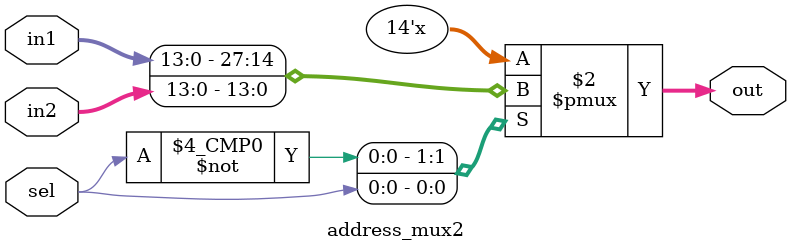
<source format=v>
`timescale 1ns / 1ps


module address_mux2#(
    parameter array_size=9
)(
    input [13:0] in1,
    input [13:0] in2,
    
    input  sel,
    output reg [13:0] out
    );
    always @* begin
        case(sel)
            0:begin
                out<=in1;
            end
            1:begin
                out<=in2;
            end
            default:begin
                out<=0;
            end
            
            
        endcase
    end
endmodule

</source>
